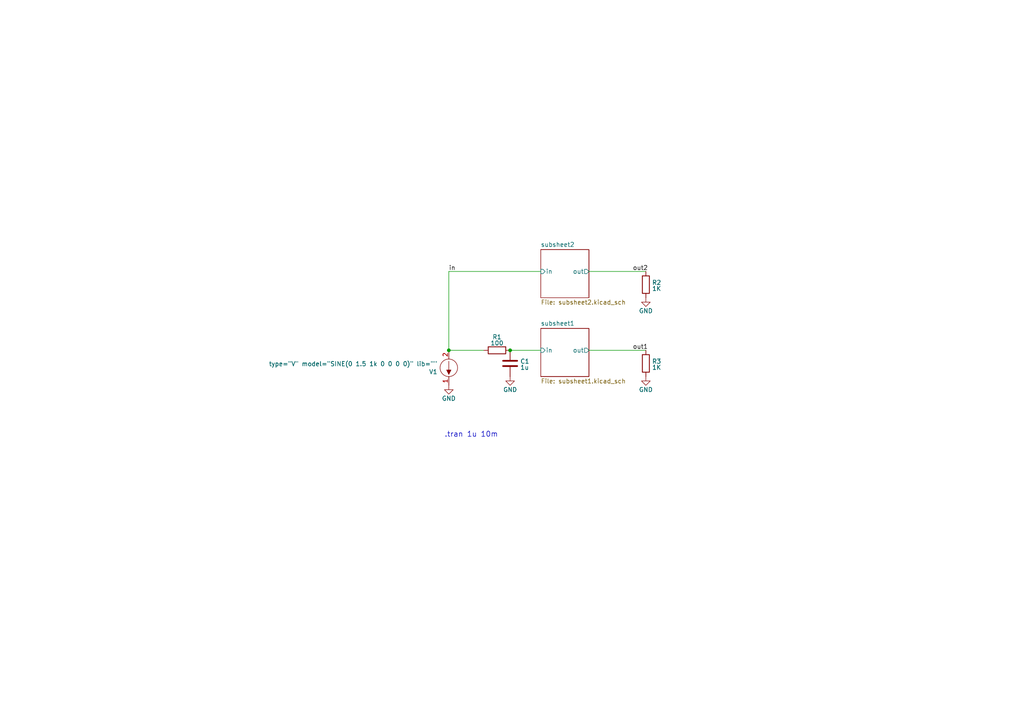
<source format=kicad_sch>
(kicad_sch (version 20230121) (generator eeschema)

  (uuid e63e39d7-6ac0-4ffd-8aa3-1841a4541b55)

  (paper "A4")

  (lib_symbols
    (symbol "Device:C" (pin_numbers hide) (pin_names (offset 0.254)) (in_bom yes) (on_board yes)
      (property "Reference" "C" (at 0.635 2.54 0)
        (effects (font (size 1.27 1.27)) (justify left))
      )
      (property "Value" "C" (at 0.635 -2.54 0)
        (effects (font (size 1.27 1.27)) (justify left))
      )
      (property "Footprint" "" (at 0.9652 -3.81 0)
        (effects (font (size 1.27 1.27)) hide)
      )
      (property "Datasheet" "~" (at 0 0 0)
        (effects (font (size 1.27 1.27)) hide)
      )
      (property "ki_keywords" "cap capacitor" (at 0 0 0)
        (effects (font (size 1.27 1.27)) hide)
      )
      (property "ki_description" "Unpolarized capacitor" (at 0 0 0)
        (effects (font (size 1.27 1.27)) hide)
      )
      (property "ki_fp_filters" "C_*" (at 0 0 0)
        (effects (font (size 1.27 1.27)) hide)
      )
      (symbol "C_0_1"
        (polyline
          (pts
            (xy -2.032 -0.762)
            (xy 2.032 -0.762)
          )
          (stroke (width 0.508) (type default))
          (fill (type none))
        )
        (polyline
          (pts
            (xy -2.032 0.762)
            (xy 2.032 0.762)
          )
          (stroke (width 0.508) (type default))
          (fill (type none))
        )
      )
      (symbol "C_1_1"
        (pin passive line (at 0 3.81 270) (length 2.794)
          (name "~" (effects (font (size 1.27 1.27))))
          (number "1" (effects (font (size 1.27 1.27))))
        )
        (pin passive line (at 0 -3.81 90) (length 2.794)
          (name "~" (effects (font (size 1.27 1.27))))
          (number "2" (effects (font (size 1.27 1.27))))
        )
      )
    )
    (symbol "Device:R" (pin_numbers hide) (pin_names (offset 0)) (in_bom yes) (on_board yes)
      (property "Reference" "R" (at 2.032 0 90)
        (effects (font (size 1.27 1.27)))
      )
      (property "Value" "R" (at 0 0 90)
        (effects (font (size 1.27 1.27)))
      )
      (property "Footprint" "" (at -1.778 0 90)
        (effects (font (size 1.27 1.27)) hide)
      )
      (property "Datasheet" "~" (at 0 0 0)
        (effects (font (size 1.27 1.27)) hide)
      )
      (property "ki_keywords" "R res resistor" (at 0 0 0)
        (effects (font (size 1.27 1.27)) hide)
      )
      (property "ki_description" "Resistor" (at 0 0 0)
        (effects (font (size 1.27 1.27)) hide)
      )
      (property "ki_fp_filters" "R_*" (at 0 0 0)
        (effects (font (size 1.27 1.27)) hide)
      )
      (symbol "R_0_1"
        (rectangle (start -1.016 -2.54) (end 1.016 2.54)
          (stroke (width 0.254) (type default))
          (fill (type none))
        )
      )
      (symbol "R_1_1"
        (pin passive line (at 0 3.81 270) (length 1.27)
          (name "~" (effects (font (size 1.27 1.27))))
          (number "1" (effects (font (size 1.27 1.27))))
        )
        (pin passive line (at 0 -3.81 90) (length 1.27)
          (name "~" (effects (font (size 1.27 1.27))))
          (number "2" (effects (font (size 1.27 1.27))))
        )
      )
    )
    (symbol "power:GND" (power) (pin_names (offset 0)) (in_bom yes) (on_board yes)
      (property "Reference" "#PWR" (at 0 -6.35 0)
        (effects (font (size 1.27 1.27)) hide)
      )
      (property "Value" "GND" (at 0 -3.81 0)
        (effects (font (size 1.27 1.27)))
      )
      (property "Footprint" "" (at 0 0 0)
        (effects (font (size 1.27 1.27)) hide)
      )
      (property "Datasheet" "" (at 0 0 0)
        (effects (font (size 1.27 1.27)) hide)
      )
      (property "ki_keywords" "power-flag" (at 0 0 0)
        (effects (font (size 1.27 1.27)) hide)
      )
      (property "ki_description" "Power symbol creates a global label with name \"GND\" , ground" (at 0 0 0)
        (effects (font (size 1.27 1.27)) hide)
      )
      (symbol "GND_0_1"
        (polyline
          (pts
            (xy 0 0)
            (xy 0 -1.27)
            (xy 1.27 -1.27)
            (xy 0 -2.54)
            (xy -1.27 -1.27)
            (xy 0 -1.27)
          )
          (stroke (width 0) (type default))
          (fill (type none))
        )
      )
      (symbol "GND_1_1"
        (pin power_in line (at 0 0 270) (length 0) hide
          (name "GND" (effects (font (size 1.27 1.27))))
          (number "1" (effects (font (size 1.27 1.27))))
        )
      )
    )
    (symbol "rectifier_schlib:VSOURCE" (pin_names (offset 1.016)) (in_bom yes) (on_board yes)
      (property "Reference" "V" (at 5.08 5.08 0)
        (effects (font (size 1.27 1.27)))
      )
      (property "Value" "VSOURCE" (at 6.35 2.54 0)
        (effects (font (size 1.27 1.27)) hide)
      )
      (property "Footprint" "" (at 0 0 0)
        (effects (font (size 1.27 1.27)))
      )
      (property "Datasheet" "" (at 0 0 0)
        (effects (font (size 1.27 1.27)))
      )
      (property "Fieldname" "Value" (at 0 0 0)
        (effects (font (size 1.524 1.524)) hide)
      )
      (property "Spice_Primitive" "V" (at 0 0 0)
        (effects (font (size 1.524 1.524)) hide)
      )
      (property "Spice_Node_Sequence" "1 2" (at -7.62 5.08 0)
        (effects (font (size 1.524 1.524)) hide)
      )
      (symbol "VSOURCE_0_1"
        (polyline
          (pts
            (xy 0 -1.905)
            (xy 0 1.905)
          )
          (stroke (width 0) (type default))
          (fill (type none))
        )
        (polyline
          (pts
            (xy 0 1.905)
            (xy -0.635 0.635)
            (xy 0.635 0.635)
            (xy 0 1.905)
          )
          (stroke (width 0) (type default))
          (fill (type outline))
        )
        (circle (center 0 0) (radius 2.54)
          (stroke (width 0) (type default))
          (fill (type none))
        )
      )
      (symbol "VSOURCE_1_1"
        (pin input line (at 0 5.08 270) (length 2.54)
          (name "~" (effects (font (size 1.27 1.27))))
          (number "1" (effects (font (size 1.27 1.27))))
        )
        (pin input line (at 0 -5.08 90) (length 2.54)
          (name "~" (effects (font (size 1.27 1.27))))
          (number "2" (effects (font (size 1.27 1.27))))
        )
      )
    )
  )

  (junction (at 147.955 101.6) (diameter 0) (color 0 0 0 0)
    (uuid 6d6a7a48-0605-4a8b-940b-31b71bf98ff6)
  )
  (junction (at 130.175 101.6) (diameter 0) (color 0 0 0 0)
    (uuid c5758720-4f8e-4b7b-ba94-b4ef3501862a)
  )

  (wire (pts (xy 170.815 78.74) (xy 187.325 78.74))
    (stroke (width 0) (type default))
    (uuid 0458ee03-f060-47f9-b4f2-775642ec2902)
  )
  (wire (pts (xy 156.845 78.74) (xy 130.175 78.74))
    (stroke (width 0) (type default))
    (uuid 24552a3f-fc08-4544-aa2f-57894893ad1b)
  )
  (wire (pts (xy 170.815 101.6) (xy 187.325 101.6))
    (stroke (width 0) (type default))
    (uuid 2d7c1bac-3b9b-4a4b-9f6c-515794887243)
  )
  (wire (pts (xy 147.955 101.6) (xy 156.845 101.6))
    (stroke (width 0) (type default))
    (uuid 468cf795-46df-4197-993f-b6f14b7eac1a)
  )
  (wire (pts (xy 130.175 101.6) (xy 140.335 101.6))
    (stroke (width 0) (type default))
    (uuid 5314ff4c-3cb7-4953-baa1-53f048a4a72e)
  )
  (wire (pts (xy 130.175 78.74) (xy 130.175 101.6))
    (stroke (width 0) (type default))
    (uuid 70e29193-424a-4cf0-b1c8-a4589aaf3765)
  )

  (text ".tran 1u 10m\n" (at 128.905 127 0)
    (effects (font (size 1.524 1.524)) (justify left bottom))
    (uuid cd763078-6e8e-42d0-a7f6-5b08fa59c64e)
  )

  (label "out2" (at 183.515 78.74 0) (fields_autoplaced)
    (effects (font (size 1.27 1.27)) (justify left bottom))
    (uuid 002283f4-0704-4937-909b-0f9fd7bf85fa)
  )
  (label "in" (at 130.175 78.74 0) (fields_autoplaced)
    (effects (font (size 1.27 1.27)) (justify left bottom))
    (uuid 549f8e1d-1695-4a5c-8563-3cc0f995f082)
  )
  (label "out1" (at 183.515 101.6 0) (fields_autoplaced)
    (effects (font (size 1.27 1.27)) (justify left bottom))
    (uuid a66d8f67-4349-4f9d-8dde-027db865f987)
  )

  (symbol (lib_id "Device:R") (at 187.325 82.55 0) (unit 1)
    (in_bom yes) (on_board yes) (dnp no) (fields_autoplaced)
    (uuid 0fbfa0e4-d4ac-4eb4-ade0-4c8089a3dd72)
    (property "Reference" "R2" (at 189.103 81.9555 0)
      (effects (font (size 1.27 1.27)) (justify left))
    )
    (property "Value" "1K" (at 189.103 83.7177 0)
      (effects (font (size 1.27 1.27)) (justify left))
    )
    (property "Footprint" "" (at 185.547 82.55 90)
      (effects (font (size 1.27 1.27)) hide)
    )
    (property "Datasheet" "~" (at 187.325 82.55 0)
      (effects (font (size 1.27 1.27)) hide)
    )
    (pin "1" (uuid 26dcbae3-2848-4450-a6e9-9dcfb1c46164))
    (pin "2" (uuid 3afd15d7-e1a2-4640-a3b5-e7f8e38c4db2))
    (instances
      (project "subsheets"
        (path "/e63e39d7-6ac0-4ffd-8aa3-1841a4541b55"
          (reference "R2") (unit 1)
        )
      )
    )
  )

  (symbol (lib_id "power:GND") (at 187.325 86.36 0) (unit 1)
    (in_bom yes) (on_board yes) (dnp no) (fields_autoplaced)
    (uuid 1c5075db-bba0-4c17-82ec-84362aa9314c)
    (property "Reference" "#PWR03" (at 187.325 92.71 0)
      (effects (font (size 1.27 1.27)) hide)
    )
    (property "Value" "GND" (at 187.325 90.17 0)
      (effects (font (size 1.27 1.27)))
    )
    (property "Footprint" "" (at 187.325 86.36 0)
      (effects (font (size 1.27 1.27)) hide)
    )
    (property "Datasheet" "" (at 187.325 86.36 0)
      (effects (font (size 1.27 1.27)) hide)
    )
    (pin "1" (uuid fc571968-4362-4b02-aa19-0e87197ff3ed))
    (instances
      (project "subsheets"
        (path "/e63e39d7-6ac0-4ffd-8aa3-1841a4541b55"
          (reference "#PWR03") (unit 1)
        )
      )
    )
  )

  (symbol (lib_id "Device:R") (at 144.145 101.6 90) (unit 1)
    (in_bom yes) (on_board yes) (dnp no) (fields_autoplaced)
    (uuid 335263d3-7e35-4a9c-83c2-cd71d45f0688)
    (property "Reference" "R1" (at 144.145 97.7519 90)
      (effects (font (size 1.27 1.27)))
    )
    (property "Value" "100" (at 144.145 99.5141 90)
      (effects (font (size 1.27 1.27)))
    )
    (property "Footprint" "" (at 144.145 103.378 90)
      (effects (font (size 1.27 1.27)) hide)
    )
    (property "Datasheet" "~" (at 144.145 101.6 0)
      (effects (font (size 1.27 1.27)) hide)
    )
    (pin "1" (uuid 1354903a-b7d2-4e04-b220-6c6c8f058ef7))
    (pin "2" (uuid e0660a46-ff2a-4b28-b311-cf71bc999b82))
    (instances
      (project "subsheets"
        (path "/e63e39d7-6ac0-4ffd-8aa3-1841a4541b55"
          (reference "R1") (unit 1)
        )
      )
    )
  )

  (symbol (lib_id "rectifier_schlib:VSOURCE") (at 130.175 106.68 180) (unit 1)
    (in_bom yes) (on_board yes) (dnp no)
    (uuid 5c8fbc47-6c66-4f9c-97ec-82cda511cebe)
    (property "Reference" "V1" (at 126.9238 107.8484 0)
      (effects (font (size 1.27 1.27)) (justify left))
    )
    (property "Value" "${SIM.PARAMS}" (at 126.9238 105.537 0)
      (effects (font (size 1.27 1.27)) (justify left))
    )
    (property "Footprint" "" (at 130.175 106.68 0)
      (effects (font (size 1.27 1.27)))
    )
    (property "Datasheet" "" (at 130.175 106.68 0)
      (effects (font (size 1.27 1.27)))
    )
    (property "Fieldname" "Value" (at 130.175 106.68 0)
      (effects (font (size 1.524 1.524)) hide)
    )
    (property "Sim.Device" "SPICE" (at 130.175 106.68 0)
      (effects (font (size 1.524 1.524)) hide)
    )
    (property "Sim.Params" "type=\"V\" model=\"SINE(0 1.5 1k 0 0 0 0)\" lib=\"\"" (at 0 0 0)
      (effects (font (size 1.27 1.27)) hide)
    )
    (property "Sim.Pins" "1=1 2=2" (at 137.795 111.76 0)
      (effects (font (size 1.524 1.524)) hide)
    )
    (pin "1" (uuid 27183008-7d2c-4e22-b31a-c7ab7593bd3a))
    (pin "2" (uuid 8701d230-c990-42af-bf98-0f0bb7fa088c))
    (instances
      (project "subsheets"
        (path "/e63e39d7-6ac0-4ffd-8aa3-1841a4541b55"
          (reference "V1") (unit 1)
        )
      )
    )
  )

  (symbol (lib_id "Device:R") (at 187.325 105.41 0) (unit 1)
    (in_bom yes) (on_board yes) (dnp no) (fields_autoplaced)
    (uuid 6df295b5-7825-454f-8c4b-423b0bc301cf)
    (property "Reference" "R3" (at 189.103 104.8155 0)
      (effects (font (size 1.27 1.27)) (justify left))
    )
    (property "Value" "1K" (at 189.103 106.5777 0)
      (effects (font (size 1.27 1.27)) (justify left))
    )
    (property "Footprint" "" (at 185.547 105.41 90)
      (effects (font (size 1.27 1.27)) hide)
    )
    (property "Datasheet" "~" (at 187.325 105.41 0)
      (effects (font (size 1.27 1.27)) hide)
    )
    (pin "1" (uuid 10fbe552-04cd-4144-a29a-f8128e66e140))
    (pin "2" (uuid dc5047f6-77e0-42aa-80e1-350f139635dc))
    (instances
      (project "subsheets"
        (path "/e63e39d7-6ac0-4ffd-8aa3-1841a4541b55"
          (reference "R3") (unit 1)
        )
      )
    )
  )

  (symbol (lib_id "Device:C") (at 147.955 105.41 0) (unit 1)
    (in_bom yes) (on_board yes) (dnp no) (fields_autoplaced)
    (uuid 8c7cfb57-e13d-4a3d-beac-498f9f4de146)
    (property "Reference" "C1" (at 150.876 104.8155 0)
      (effects (font (size 1.27 1.27)) (justify left))
    )
    (property "Value" "1u" (at 150.876 106.5777 0)
      (effects (font (size 1.27 1.27)) (justify left))
    )
    (property "Footprint" "" (at 148.9202 109.22 0)
      (effects (font (size 1.27 1.27)) hide)
    )
    (property "Datasheet" "~" (at 147.955 105.41 0)
      (effects (font (size 1.27 1.27)) hide)
    )
    (pin "1" (uuid 9a72e10b-191a-4fb1-a40f-b2297f01e083))
    (pin "2" (uuid a75142f2-7a9b-4c12-8657-e47f90013fdb))
    (instances
      (project "subsheets"
        (path "/e63e39d7-6ac0-4ffd-8aa3-1841a4541b55"
          (reference "C1") (unit 1)
        )
      )
    )
  )

  (symbol (lib_id "power:GND") (at 130.175 111.76 0) (unit 1)
    (in_bom yes) (on_board yes) (dnp no) (fields_autoplaced)
    (uuid d0802183-04a8-4aad-b16e-6be404ca6ade)
    (property "Reference" "#PWR01" (at 130.175 118.11 0)
      (effects (font (size 1.27 1.27)) hide)
    )
    (property "Value" "GND" (at 130.175 115.57 0)
      (effects (font (size 1.27 1.27)))
    )
    (property "Footprint" "" (at 130.175 111.76 0)
      (effects (font (size 1.27 1.27)) hide)
    )
    (property "Datasheet" "" (at 130.175 111.76 0)
      (effects (font (size 1.27 1.27)) hide)
    )
    (pin "1" (uuid 19bf5bc5-4a27-4887-bde2-d0b015802be7))
    (instances
      (project "subsheets"
        (path "/e63e39d7-6ac0-4ffd-8aa3-1841a4541b55"
          (reference "#PWR01") (unit 1)
        )
      )
    )
  )

  (symbol (lib_id "power:GND") (at 147.955 109.22 0) (unit 1)
    (in_bom yes) (on_board yes) (dnp no) (fields_autoplaced)
    (uuid d2980117-00b9-4eaa-9fba-07086935c25b)
    (property "Reference" "#PWR02" (at 147.955 115.57 0)
      (effects (font (size 1.27 1.27)) hide)
    )
    (property "Value" "GND" (at 147.955 113.03 0)
      (effects (font (size 1.27 1.27)))
    )
    (property "Footprint" "" (at 147.955 109.22 0)
      (effects (font (size 1.27 1.27)) hide)
    )
    (property "Datasheet" "" (at 147.955 109.22 0)
      (effects (font (size 1.27 1.27)) hide)
    )
    (pin "1" (uuid db0ec5a3-8a8a-4b13-a60d-fbb1914e57fb))
    (instances
      (project "subsheets"
        (path "/e63e39d7-6ac0-4ffd-8aa3-1841a4541b55"
          (reference "#PWR02") (unit 1)
        )
      )
    )
  )

  (symbol (lib_id "power:GND") (at 187.325 109.22 0) (unit 1)
    (in_bom yes) (on_board yes) (dnp no) (fields_autoplaced)
    (uuid e62d6f48-7372-40c9-90cd-a8a0127461e5)
    (property "Reference" "#PWR04" (at 187.325 115.57 0)
      (effects (font (size 1.27 1.27)) hide)
    )
    (property "Value" "GND" (at 187.325 113.03 0)
      (effects (font (size 1.27 1.27)))
    )
    (property "Footprint" "" (at 187.325 109.22 0)
      (effects (font (size 1.27 1.27)) hide)
    )
    (property "Datasheet" "" (at 187.325 109.22 0)
      (effects (font (size 1.27 1.27)) hide)
    )
    (pin "1" (uuid 6ea8f028-0708-48c1-a3f3-5647395c78da))
    (instances
      (project "subsheets"
        (path "/e63e39d7-6ac0-4ffd-8aa3-1841a4541b55"
          (reference "#PWR04") (unit 1)
        )
      )
    )
  )

  (sheet (at 156.845 95.25) (size 13.97 13.97) (fields_autoplaced)
    (stroke (width 0.1524) (type solid))
    (fill (color 0 0 0 0.0000))
    (uuid 51ab3a6c-36b1-4056-a2d2-39c83ee99c02)
    (property "Sheetname" "subsheet1" (at 156.845 94.5384 0)
      (effects (font (size 1.27 1.27)) (justify left bottom))
    )
    (property "Sheetfile" "subsheet1.kicad_sch" (at 156.845 109.8046 0)
      (effects (font (size 1.27 1.27)) (justify left top))
    )
    (pin "in" input (at 156.845 101.6 180)
      (effects (font (size 1.27 1.27)) (justify left))
      (uuid 7d34bd80-1948-4689-9586-e63e4b177b8e)
    )
    (pin "out" output (at 170.815 101.6 0)
      (effects (font (size 1.27 1.27)) (justify right))
      (uuid e983f7d1-388b-4bf0-ab6f-23264e0b4fbe)
    )
    (instances
      (project "subsheets"
        (path "/e63e39d7-6ac0-4ffd-8aa3-1841a4541b55" (page "2"))
      )
    )
  )

  (sheet (at 156.845 72.39) (size 13.97 13.97) (fields_autoplaced)
    (stroke (width 0.1524) (type solid))
    (fill (color 0 0 0 0.0000))
    (uuid cd8140cb-ee2c-44d2-bab6-19a75f861228)
    (property "Sheetname" "subsheet2" (at 156.845 71.6784 0)
      (effects (font (size 1.27 1.27)) (justify left bottom))
    )
    (property "Sheetfile" "subsheet2.kicad_sch" (at 156.845 86.9446 0)
      (effects (font (size 1.27 1.27)) (justify left top))
    )
    (pin "in" input (at 156.845 78.74 180)
      (effects (font (size 1.27 1.27)) (justify left))
      (uuid 29c3694b-40dc-4b25-afa7-f6f725269a9f)
    )
    (pin "out" output (at 170.815 78.74 0)
      (effects (font (size 1.27 1.27)) (justify right))
      (uuid 7a633e69-b897-41f7-b106-0205738f3d20)
    )
    (instances
      (project "subsheets"
        (path "/e63e39d7-6ac0-4ffd-8aa3-1841a4541b55" (page "3"))
      )
    )
  )

  (sheet_instances
    (path "/" (page "1"))
  )
)

</source>
